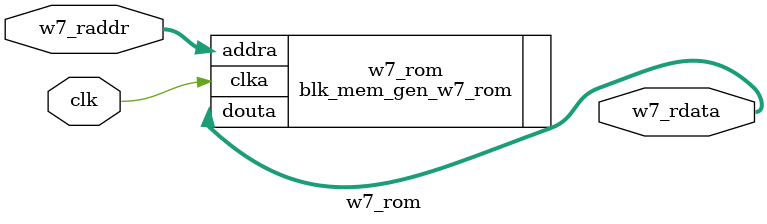
<source format=v>

module w7_rom(/*autoport*/
//output
      w7_rdata,
//input
      clk,
      w7_raddr);
	input		 clk;
	input  [6:0] w7_raddr;

  output [79:0] w7_rdata;


  blk_mem_gen_w7_rom w7_rom (
    .clka(clk),    // input clka
    .addra(w7_raddr),  // input [6 : 0] addra
    .douta(w7_rdata)  // output [79 : 0] douta
  );


endmodule
</source>
